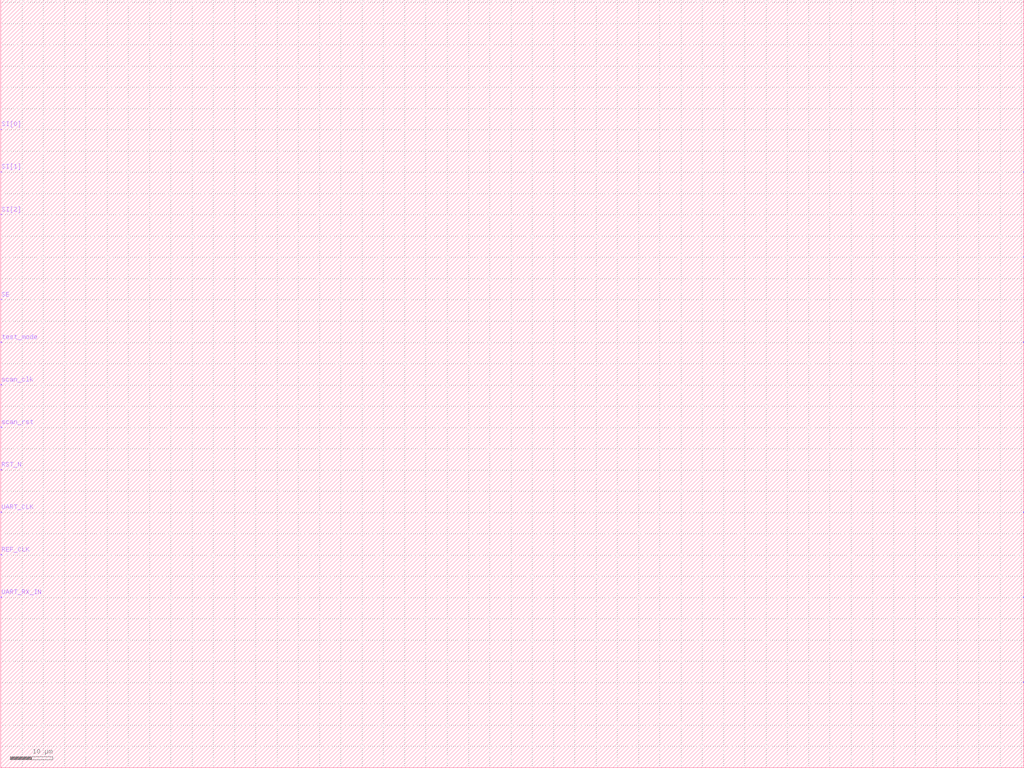
<source format=lef>

#******
# Preview export LEF
#
#	 Preview sub-version 5.10.41.500.3.38
#
# TECH LIB NAME: tsmc18
# TECH FILE NAME: techfile.cds
#******

VERSION 5.4 ;

NAMESCASESENSITIVE ON ;

DIVIDERCHAR "|" ;
BUSBITCHARS "[]" ;

UNITS
    DATABASE MICRONS 100  ;
END UNITS

MACRO SYS_TOP
    CLASS CORE ;
    FOREIGN SYS_TOP 0 0 ;
    ORIGIN 0.00 0.00 ;
    SIZE 240.6 BY 180.6 ;
    SYMMETRY X Y ;
    PIN SI[0]
        DIRECTION INPUT ;
        PORT
        LAYER METAL2 ;
        RECT  0.00 150 0.2 150.2 ;
        END
	AntennaGateArea 0.0 ;
    END SI[0]
    PIN SI[1]
        DIRECTION INPUT ;
        PORT
        LAYER METAL2 ;
        RECT  0.00 140 0.2 140.2 ;
        END
	AntennaGateArea 0.0 ;
    END SI[1]
    PIN SI[2]
        DIRECTION INPUT ;
        PORT
        LAYER METAL2 ;
        RECT  0.00 130 0.2 130.2 ;
        END
	AntennaGateArea 0.0 ;
    END SI[2]
    PIN SE
        DIRECTION INPUT ;
        PORT
        LAYER METAL2 ;
        RECT  0.00 110 0.2 110.2 ;
        END
	AntennaGateArea 0.0 ;
    END SE
    PIN test_mode
        DIRECTION INPUT ;
        PORT
        LAYER METAL2 ;
        RECT  0.00 100 0.2 100.2 ;
        END
	AntennaGateArea 0.0 ;
    END test_mode
    PIN scan_clk
        DIRECTION INPUT ;
        PORT
        LAYER METAL2 ;
        RECT  0.00 90 0.2 90.2 ;
        END
	AntennaGateArea 0.0 ;
    END scan_clk
    PIN scan_rst
        DIRECTION INPUT ;
        PORT
        LAYER METAL2 ;
        RECT  0.00 80 0.2 80.2 ;
        END
	AntennaGateArea 0.0 ;
    END scan_rst
    PIN RST_N
        DIRECTION INPUT ;
        PORT
        LAYER METAL2 ;
        RECT  0.00 70 0.2 70.2 ;
        END
	AntennaGateArea 0.0 ;
    END RST_N
    PIN UART_CLK
        DIRECTION INPUT ;
        PORT
        LAYER METAL2 ;
        RECT  0.00 60 0.2 60.2 ;
        END
	AntennaGateArea 0.0 ;
    END UART_CLK
    PIN REF_CLK
        DIRECTION INPUT ;
        PORT
        LAYER METAL2 ;
        RECT  0.00 50 0.2 50.2 ;
        END
	AntennaGateArea 0.0 ;
    END REF_CLK
    PIN UART_RX_IN
        DIRECTION INPUT ;
        PORT
        LAYER METAL2 ;
        RECT  0.00 40 0.2 40.2 ;
        END
	AntennaGateArea 0.0 ;
    END UART_RX_IN
    PIN SO[0]
        DIRECTION OUTPUT ;
        PORT
        LAYER METAL3 ;
        RECT  240.47 140 240.67 140.2 ; 
        END
	AntennaDiffArea 0.575 ;
    END SO[0]
    PIN SO[1]
        DIRECTION OUTPUT ;
        PORT
        LAYER METAL3 ;
        RECT  240.47 120 240.67 120.2 ; 
        END
	AntennaDiffArea 0.575 ;
    END SO[1]
    PIN SO[2]
        DIRECTION OUTPUT ;
        PORT
        LAYER METAL3 ;
        RECT  240.47 100 240.67 100.2 ; 
        END
	AntennaDiffArea 0.575 ;
    END SO[2]
    PIN UART_TX_O
        DIRECTION OUTPUT ;
        PORT
        LAYER METAL3 ;
        RECT  240.47 60 240.67 60.2 ; 
        END
	AntennaDiffArea 0.575 ;
    END UART_TX_O
    PIN parity_error
        DIRECTION OUTPUT ;
        PORT
        LAYER METAL3 ;
        RECT  240.47 40 240.67 40.2 ; 
        END
	AntennaDiffArea 0.575 ;
    END parity_error
    PIN framing_error
        DIRECTION OUTPUT ;
        PORT
        LAYER METAL3 ;
        RECT  240.47 20 240.67 20.2 ; 
        END
	AntennaDiffArea 0.575 ;
    END framing_error
END SYS_TOP

END LIBRARY


</source>
